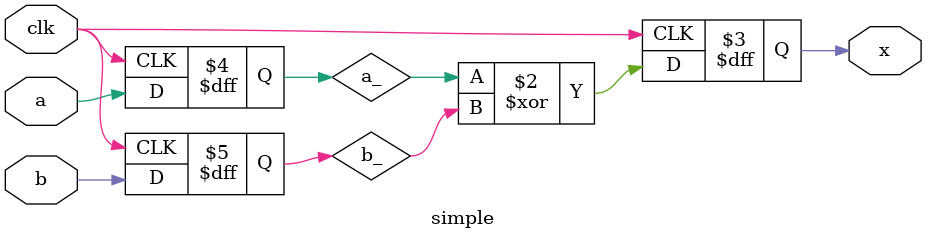
<source format=sv>
`default_nettype none

module simple (
    input logic a, b,
    output logic x,
    input logic clk
);

    logic a_, b_;

    always_ff @(posedge clk) begin
        a_ <= a;
        b_ <= b;
        x <= a_ ^ b_;
    end

endmodule

</source>
